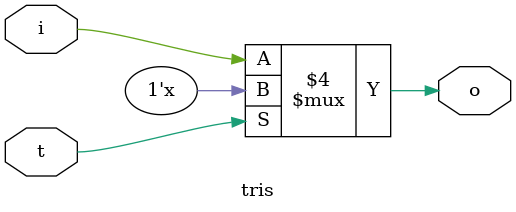
<source format=v>
module tris(t,i,o);
input t,i;
output o;
reg o;

always @(t or i)
    begin
        if(~t)
            o=i;
        else
            o=1'bz;    
    end
endmodule

</source>
